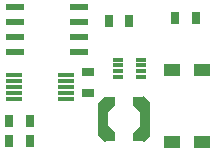
<source format=gbr>
G04 #@! TF.GenerationSoftware,KiCad,Pcbnew,5.0.0-rc3-unknown-520c611~65~ubuntu18.04.1*
G04 #@! TF.CreationDate,2018-07-03T00:15:53+02:00*
G04 #@! TF.ProjectId,vlakinostalo,766C616B696E6F7374616C6F2E6B6963,rev?*
G04 #@! TF.SameCoordinates,Original*
G04 #@! TF.FileFunction,Paste,Top*
G04 #@! TF.FilePolarity,Positive*
%FSLAX46Y46*%
G04 Gerber Fmt 4.6, Leading zero omitted, Abs format (unit mm)*
G04 Created by KiCad (PCBNEW 5.0.0-rc3-unknown-520c611~65~ubuntu18.04.1) date Tue Jul  3 00:15:53 2018*
%MOMM*%
%LPD*%
G01*
G04 APERTURE LIST*
%ADD10R,1.550000X0.600000*%
%ADD11R,0.670000X1.000000*%
%ADD12R,1.400000X0.300000*%
%ADD13R,1.400000X1.000000*%
%ADD14R,0.870000X2.790000*%
%ADD15R,0.890000X0.775000*%
%ADD16C,0.500000*%
%ADD17C,0.100000*%
%ADD18R,1.000000X0.670000*%
%ADD19R,0.850000X0.300000*%
G04 APERTURE END LIST*
D10*
G04 #@! TO.C,U3*
X148150000Y-96845000D03*
X148150000Y-98115000D03*
X148150000Y-99385000D03*
X148150000Y-100655000D03*
X153550000Y-100655000D03*
X153550000Y-99385000D03*
X153550000Y-98115000D03*
X153550000Y-96845000D03*
G04 #@! TD*
D11*
G04 #@! TO.C,R4*
X147670000Y-108160000D03*
X149420000Y-108160000D03*
G04 #@! TD*
D12*
G04 #@! TO.C,U2*
X148110000Y-102600000D03*
X148110000Y-103100000D03*
X148110000Y-103600000D03*
X148110000Y-104100000D03*
X148110000Y-104600000D03*
X152510000Y-104600000D03*
X152510000Y-104100000D03*
X152510000Y-103600000D03*
X152510000Y-103100000D03*
X152510000Y-102600000D03*
G04 #@! TD*
D11*
G04 #@! TO.C,R3*
X149420000Y-106460000D03*
X147670000Y-106460000D03*
G04 #@! TD*
D13*
G04 #@! TO.C,D1*
X161500000Y-102150000D03*
X161500000Y-108300000D03*
X164040000Y-108300000D03*
X164040000Y-102150000D03*
G04 #@! TD*
D14*
G04 #@! TO.C,L1*
X155655000Y-106320000D03*
D15*
X156225000Y-104762500D03*
D16*
X156201000Y-105272500D03*
D17*
G36*
X156670115Y-105149733D02*
X156089732Y-105744474D01*
X155731885Y-105395267D01*
X156312268Y-104800526D01*
X156670115Y-105149733D01*
X156670115Y-105149733D01*
G37*
D16*
X155676500Y-104827000D03*
D17*
G36*
X156133105Y-104728804D02*
X155570350Y-105281821D01*
X155219895Y-104925196D01*
X155782650Y-104372179D01*
X156133105Y-104728804D01*
X156133105Y-104728804D01*
G37*
D16*
X155676500Y-107813000D03*
D17*
G36*
X155570350Y-107358179D02*
X156133105Y-107911196D01*
X155782650Y-108267821D01*
X155219895Y-107714804D01*
X155570350Y-107358179D01*
X155570350Y-107358179D01*
G37*
D15*
X156225000Y-107877500D03*
D16*
X156201000Y-107367500D03*
D17*
G36*
X156089732Y-106895526D02*
X156670115Y-107490267D01*
X156312268Y-107839474D01*
X155731885Y-107244733D01*
X156089732Y-106895526D01*
X156089732Y-106895526D01*
G37*
D14*
X159185000Y-106320000D03*
D15*
X158615000Y-104762500D03*
D16*
X158639000Y-105272500D03*
D17*
G36*
X158527732Y-104800526D02*
X159108115Y-105395267D01*
X158750268Y-105744474D01*
X158169885Y-105149733D01*
X158527732Y-104800526D01*
X158527732Y-104800526D01*
G37*
D16*
X159163500Y-104827000D03*
D17*
G36*
X159057350Y-104372179D02*
X159620105Y-104925196D01*
X159269650Y-105281821D01*
X158706895Y-104728804D01*
X159057350Y-104372179D01*
X159057350Y-104372179D01*
G37*
D15*
X158615000Y-107877500D03*
D16*
X158639000Y-107367500D03*
D17*
G36*
X159108115Y-107244733D02*
X158527732Y-107839474D01*
X158169885Y-107490267D01*
X158750268Y-106895526D01*
X159108115Y-107244733D01*
X159108115Y-107244733D01*
G37*
D16*
X159163500Y-107813000D03*
D17*
G36*
X159620105Y-107714804D02*
X159057350Y-108267821D01*
X158706895Y-107911196D01*
X159269650Y-107358179D01*
X159620105Y-107714804D01*
X159620105Y-107714804D01*
G37*
G04 #@! TD*
D11*
G04 #@! TO.C,R6*
X161730000Y-97780000D03*
X163480000Y-97780000D03*
G04 #@! TD*
D18*
G04 #@! TO.C,C2*
X154350000Y-104100000D03*
X154350000Y-102350000D03*
G04 #@! TD*
D19*
G04 #@! TO.C,U1*
X158810000Y-102780000D03*
X158810000Y-102280000D03*
X158810000Y-101780000D03*
X158810000Y-101280000D03*
X156910000Y-101280000D03*
X156910000Y-101780000D03*
X156910000Y-102280000D03*
X156910000Y-102780000D03*
G04 #@! TD*
D11*
G04 #@! TO.C,C1*
X157850000Y-98000000D03*
X156100000Y-98000000D03*
G04 #@! TD*
M02*

</source>
